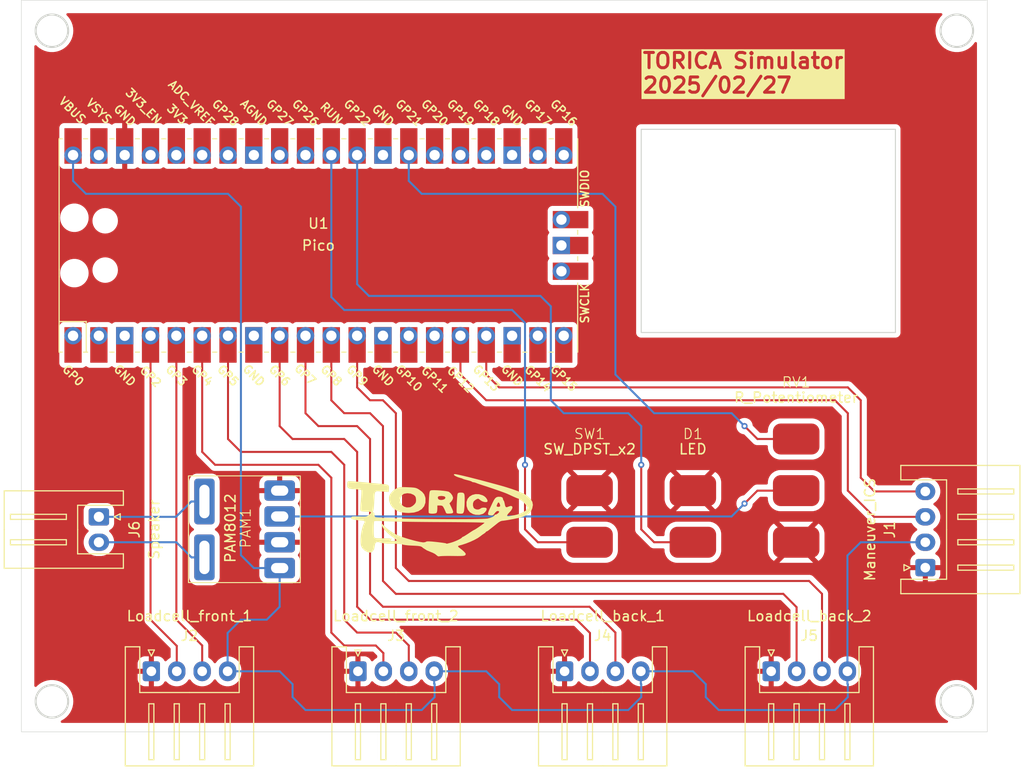
<source format=kicad_pcb>
(kicad_pcb (version 20240108) (generator "pcbnew") (generator_version "8.0")
  (layers (0 "F.Cu" signal) (31 "B.Cu" signal) (34 "B.Paste" user) (35 "F.Paste" user) (36 "B.SilkS" user "B.Silkscreen") (37 "F.SilkS" user "F.Silkscreen") (38 "B.Mask" user) (39 "F.Mask" user) (44 "Edge.Cuts" user))
  (net 0 "")
  (net 1 "/CLK2")
  (net 12 "/PTMR")
  (net 13 "/RESET_SW")
  (net 17 "/CLK3")
  (net 21 "/O_SPK")
  (net 23 "/5V")
  (net 30 "/DAT2")
  (net 31 "/CLK1")
  (net 33 "/PRMT")
  (net 36 "/CLK4")
  (net 40 "/READY_LED")
  (net 42 "/DAT4")
  (net 45 "/DAT3")
  (net 57 "/GND")
  (net 64 "/DAT1")
  (net 72 "/SPK-")
  (net 73 "Net-(PAM1-in+)")
  (net 74 "/SPK+")
  (footprint "Footprints:JST_XH_S4B-XH-A_1x04_P2.50mm_Horizontal" (layer "F.Cu") (at 134.7 116.84)
    (property "Reference" "J3" (at 3.75 -3.5 0) (layer "F.SilkS"))
    (property "Value" "Loadcell_front_2" (at 3.73 -5.44 0) (layer "F.SilkS"))
    (pad "1" thru_hole roundrect (at 0 0) (size 1.7 1.95) (drill 0.95) (layers "*.Cu" "*.Mask") (roundrect_rratio 0.147059) (net 57 "/GND"))
    (pad "2" thru_hole oval (at 2.5 0) (size 1.7 1.95) (drill 0.95) (layers "*.Cu" "*.Mask") (net 1 "/CLK2"))
    (pad "3" thru_hole oval (at 5 0) (size 1.7 1.95) (drill 0.95) (layers "*.Cu" "*.Mask") (net 30 "/DAT2"))
    (pad "4" thru_hole oval (at 7.5 0) (size 1.7 1.95) (drill 0.95) (layers "*.Cu" "*.Mask") (net 23 "/5V"))
  )
  (footprint "20241231Library:Padx2" (layer "F.Cu") (at 167.64 93.98)
    (property "Reference" "D1" (at 0 -0.5 0) (layer "F.SilkS") (effects (font (thickness 0.1))))
    (property "Value" "LED" (at 0 1 0) (layer "F.SilkS"))
    (pad "1" smd roundrect (at 0 5.08) (size 4.572 3.048) (layers "F.Cu" "F.Paste" "F.Mask") (net 57 "/GND"))
    (pad "2" smd roundrect (at 0 10.16) (size 4.572 3.048) (layers "F.Cu" "F.Paste" "F.Mask") (net 40 "/READY_LED"))
  )
  (footprint "20241231Library:Padx3" (layer "F.Cu") (at 177.8 88.9)
    (property "Reference" "RV1" (at 0 -0.5 0) (layer "F.SilkS") (effects (font (thickness 0.1))))
    (property "Value" "R_Potentiometer" (at 0 1 0) (layer "F.SilkS"))
    (pad "1" smd roundrect (at 0 5.08) (size 4.572 3.048) (layers "F.Cu" "F.Paste" "F.Mask") (net 21 "/O_SPK"))
    (pad "2" smd roundrect (at 0 10.16) (size 4.572 3.048) (layers "F.Cu" "F.Paste" "F.Mask") (net 73 "Net-(PAM1-in+)"))
    (pad "3" smd roundrect (at 0 15.24) (size 4.572 3.048) (layers "F.Cu" "F.Paste" "F.Mask") (net 57 "/GND"))
  )
  (footprint "Footprints:JST_XH_S2B-XH-A_1x02_P2.50mm_Horizontal" (layer "F.Cu") (at 109.22 101.64 -90)
    (property "Reference" "J6" (at 1.25 -3.5 90) (layer "F.SilkS"))
    (property "Value" "Speaker" (at 1.25 -5.44 90) (layer "F.SilkS"))
    (pad "1" thru_hole roundrect (at 0 0 270) (size 1.7 2) (drill 1) (layers "*.Cu" "*.Mask") (roundrect_rratio 0.147059) (net 72 "/SPK-"))
    (pad "2" thru_hole oval (at 2.5 0 270) (size 1.7 2) (drill 1) (layers "*.Cu" "*.Mask") (net 74 "/SPK+"))
  )
  (footprint "Footprints:torica" (layer "F.Cu") (at 142.24 101.6)
    (property "Reference" "G***" (hide yes))
    (property "Value" "LOGO" (hide yes))
  )
  (footprint "Footprints:PAM8012" (layer "F.Cu") (at 123.65 102.75 180)
    (property "Reference" "PAM1" (at 0 0 90) (layer "F.SilkS") (effects (font (thickness 0.1))))
    (property "Value" "PAM8012" (at 1.5 0 90) (layer "F.SilkS"))
    (pad "1" thru_hole roundrect (at -3.35 -3.93 180) (size 3 2) (drill oval 1.7 1) (layers "*.Cu" "*.Mask") (roundrect_rratio 0.1640419948) (net 23 "/5V"))
    (pad "2" thru_hole roundrect (at -3.35 -1.39 180) (size 3 2) (drill oval 1.7 1) (layers "*.Cu" "*.Mask") (roundrect_rratio 0.1640419948) (net 57 "/GND"))
    (pad "3" thru_hole roundrect (at -3.35 1.15 180) (size 3 2) (drill oval 1.7 1) (layers "*.Cu" "*.Mask") (roundrect_rratio 0.1640419948) (net 73 "Net-(PAM1-in+)"))
    (pad "4" thru_hole roundrect (at -3.35 3.69 180) (size 3 2) (drill oval 1.7 1) (layers "*.Cu" "*.Mask") (roundrect_rratio 0.1640419948) (net 57 "/GND"))
    (pad "5" thru_hole roundrect (at 4.05 -2.88 180) (size 2 4.5) (drill oval 1 3.3) (layers "*.Cu" "*.Mask") (roundrect_rratio 0.1640419948) (net 74 "/SPK+"))
    (pad "6" thru_hole roundrect (at 4.05 2.62 180) (size 2 4.5) (drill oval 1 3.3) (layers "*.Cu" "*.Mask") (roundrect_rratio 0.1640419948) (net 72 "/SPK-"))
  )
  (footprint "Footprints:JST_XH_S4B-XH-A_1x04_P2.50mm_Horizontal" (layer "F.Cu") (at 175.34 116.84)
    (property "Reference" "J5" (at 3.75 -3.5 0) (layer "F.SilkS"))
    (property "Value" "Loadcell_back_2" (at 3.75 -5.44 0) (layer "F.SilkS"))
    (pad "1" thru_hole roundrect (at 0 0) (size 1.7 1.95) (drill 0.95) (layers "*.Cu" "*.Mask") (roundrect_rratio 0.147059) (net 57 "/GND"))
    (pad "2" thru_hole oval (at 2.5 0) (size 1.7 1.95) (drill 0.95) (layers "*.Cu" "*.Mask") (net 36 "/CLK4"))
    (pad "3" thru_hole oval (at 5 0) (size 1.7 1.95) (drill 0.95) (layers "*.Cu" "*.Mask") (net 42 "/DAT4"))
    (pad "4" thru_hole oval (at 7.5 0) (size 1.7 1.95) (drill 0.95) (layers "*.Cu" "*.Mask") (net 23 "/5V"))
  )
  (footprint "20241231Library:Padx2" (layer "F.Cu") (at 157.48 93.98)
    (property "Reference" "SW1" (at 0 -0.5 0) (layer "F.SilkS") (effects (font (thickness 0.1))))
    (property "Value" "SW_DPST_x2" (at 0 1 0) (layer "F.SilkS"))
    (pad "1" smd roundrect (at 0 5.08) (size 4.572 3.048) (layers "F.Cu" "F.Paste" "F.Mask") (net 57 "/GND"))
    (pad "2" smd roundrect (at 0 10.16) (size 4.572 3.048) (layers "F.Cu" "F.Paste" "F.Mask") (net 13 "/RESET_SW"))
  )
  (footprint "Footprints:JST_XH_S4B-XH-A_1x04_P2.50mm_Horizontal" (layer "F.Cu") (at 114.38 116.84)
    (property "Reference" "J2" (at 3.75 -3.5 0) (layer "F.SilkS"))
    (property "Value" "Loadcell_front_1" (at 3.75 -5.44 0) (layer "F.SilkS"))
    (pad "1" thru_hole roundrect (at 0 0) (size 1.7 1.95) (drill 0.95) (layers "*.Cu" "*.Mask") (roundrect_rratio 0.147059) (net 57 "/GND"))
    (pad "2" thru_hole oval (at 2.5 0) (size 1.7 1.95) (drill 0.95) (layers "*.Cu" "*.Mask") (net 31 "/CLK1"))
    (pad "3" thru_hole oval (at 5 0) (size 1.7 1.95) (drill 0.95) (layers "*.Cu" "*.Mask") (net 64 "/DAT1"))
    (pad "4" thru_hole oval (at 7.5 0) (size 1.7 1.95) (drill 0.95) (layers "*.Cu" "*.Mask") (net 23 "/5V"))
  )
  (footprint "Footprints:JST_XH_S4B-XH-A_1x04_P2.50mm_Horizontal" (layer "F.Cu") (at 155.02 116.84)
    (property "Reference" "J4" (at 3.75 -3.5 0) (layer "F.SilkS"))
    (property "Value" "Loadcell_back_1" (at 3.75 -5.44 0) (layer "F.SilkS"))
    (pad "1" thru_hole roundrect (at 0 0) (size 1.7 1.95) (drill 0.95) (layers "*.Cu" "*.Mask") (roundrect_rratio 0.147059) (net 57 "/GND"))
    (pad "2" thru_hole oval (at 2.5 0) (size 1.7 1.95) (drill 0.95) (layers "*.Cu" "*.Mask") (net 17 "/CLK3"))
    (pad "3" thru_hole oval (at 5 0) (size 1.7 1.95) (drill 0.95) (layers "*.Cu" "*.Mask") (net 45 "/DAT3"))
    (pad "4" thru_hole oval (at 7.5 0) (size 1.7 1.95) (drill 0.95) (layers "*.Cu" "*.Mask") (net 23 "/5V"))
  )
  (footprint "Footprints:RPi_Pico_SMD_TH" (layer "F.Cu") (at 130.81 74.93 90)
    (property "Reference" "U1" (at 2.159 0 0) (layer "F.SilkS"))
    (property "Value" "Pico" (at 0 0 0) (layer "F.SilkS"))
    (fp_text user "RUN" (at 13 1.27 135) (layer "F.SilkS") (effects (font (size 0.8 0.8))))
    (fp_text user "SWCLK" (at -5.7 26.2 90) (layer "F.SilkS") (effects (font (size 0.8 0.8))))
    (fp_text user "GP4" (at -12.8 -11.43 135) (layer "F.SilkS") (effects (font (size 0.8 0.8))))
    (fp_text user "GP3" (at -12.8 -13.97 135) (layer "F.SilkS") (effects (font (size 0.8 0.8))))
    (fp_text user "GP0" (at -12.8 -24.13 135) (layer "F.SilkS") (effects (font (size 0.8 0.8))))
    (fp_text user "GP14" (at -13.1 21.59 135) (layer "F.SilkS") (effects (font (size 0.8 0.8))))
    (fp_text user "GND" (at -12.8 6.35 135) (layer "F.SilkS") (effects (font (size 0.8 0.8))))
    (fp_text user "VSYS" (at 13.2 -21.59 135) (layer "F.SilkS") (effects (font (size 0.8 0.8))))
    (fp_text user "GP5" (at -12.8 -8.89 135) (layer "F.SilkS") (effects (font (size 0.8 0.8))))
    (fp_text user "GP10" (at -13.054 8.89 135) (layer "F.SilkS") (effects (font (size 0.8 0.8))))
    (fp_text user "AGND" (at 13.054 -6.35 135) (layer "F.SilkS") (effects (font (size 0.8 0.8))))
    (fp_text user "GP11" (at -13.2 11.43 135) (layer "F.SilkS") (effects (font (size 0.8 0.8))))
    (fp_text user "GP7" (at -12.7 -1.3 135) (layer "F.SilkS") (effects (font (size 0.8 0.8))))
    (fp_text user "GP9" (at -12.8 3.81 135) (layer "F.SilkS") (effects (font (size 0.8 0.8))))
    (fp_text user "GP27" (at 13.054 -3.8 135) (layer "F.SilkS") (effects (font (size 0.8 0.8))))
    (fp_text user "GP6" (at -12.8 -3.81 135) (layer "F.SilkS") (effects (font (size 0.8 0.8))))
    (fp_text user "GP22" (at 13.054 3.81 135) (layer "F.SilkS") (effects (font (size 0.8 0.8))))
    (fp_text user "GP21" (at 13.054 8.9 135) (layer "F.SilkS") (effects (font (size 0.8 0.8))))
    (fp_text user "GP20" (at 13.054 11.43 135) (layer "F.SilkS") (effects (font (size 0.8 0.8))))
    (fp_text user "GND" (at -12.8 -6.35 135) (layer "F.SilkS") (effects (font (size 0.8 0.8))))
    (fp_text user "SWDIO" (at 5.6 26.2 90) (layer "F.SilkS") (effects (font (size 0.8 0.8))))
    (fp_text user "GP15" (at -13.054 24.13 135) (layer "F.SilkS") (effects (font (size 0.8 0.8))))
    (fp_text user "3V3" (at 12.9 -13.9 135) (layer "F.SilkS") (effects (font (size 0.8 0.8))))
    (fp_text user "GP13" (at -13.054 16.51 135) (layer "F.SilkS") (effects (font (size 0.8 0.8))))
    (fp_text user "3V3_EN" (at 13.7 -17.2 135) (layer "F.SilkS") (effects (font (size 0.8 0.8))))
    (fp_text user "GP28" (at 13.054 -9.144 135) (layer "F.SilkS") (effects (font (size 0.8 0.8))))
    (fp_text user "GND" (at 12.8 19.05 135) (layer "F.SilkS") (effects (font (size 0.8 0.8))))
    (fp_text user "GP18" (at 13.054 16.51 135) (layer "F.SilkS") (effects (font (size 0.8 0.8))))
    (fp_text user "GP2" (at -12.9 -16.51 135) (layer "F.SilkS") (effects (font (size 0.8 0.8))))
    (fp_text user "GP16" (at 13.054 24.13 135) (layer "F.SilkS") (effects (font (size 0.8 0.8))))
    (fp_text user "GND" (at -12.8 19.05 135) (layer "F.SilkS") (effects (font (size 0.8 0.8))))
    (fp_text user "GP17" (at 13.054 21.59 135) (layer "F.SilkS") (effects (font (size 0.8 0.8))))
    (fp_text user "VBUS" (at 13.3 -24.2 135) (layer "F.SilkS") (effects (font (size 0.8 0.8))))
    (fp_text user "GND" (at 12.8 -19.05 135) (layer "F.SilkS") (effects (font (size 0.8 0.8))))
    (fp_text user "GP19" (at 13.054 13.97 135) (layer "F.SilkS") (effects (font (size 0.8 0.8))))
    (fp_text user "GND" (at 12.8 6.35 135) (layer "F.SilkS") (effects (font (size 0.8 0.8))))
    (fp_text user "GP12" (at -13.2 13.97 135) (layer "F.SilkS") (effects (font (size 0.8 0.8))))
    (fp_text user "GP26" (at 13.054 -1.27 135) (layer "F.SilkS") (effects (font (size 0.8 0.8))))
    (fp_text user "GP8" (at -12.8 1.27 135) (layer "F.SilkS") (effects (font (size 0.8 0.8))))
    (fp_text user "GND" (at -12.8 -19.05 135) (layer "F.SilkS") (effects (font (size 0.8 0.8))))
    (fp_text user "ADC_VREF" (at 14 -12.5 135) (layer "F.SilkS") (effects (font (size 0.8 0.8))))
    (pad "" np_thru_hole oval (at -2.725 -24 90) (size 1.8 1.8) (drill 1.8) (layers "*.Cu" "*.Mask"))
    (pad "" np_thru_hole oval (at -2.425 -20.97 90) (size 1.5 1.5) (drill 1.5) (layers "*.Cu" "*.Mask"))
    (pad "" np_thru_hole oval (at 2.425 -20.97 90) (size 1.5 1.5) (drill 1.5) (layers "*.Cu" "*.Mask"))
    (pad "" np_thru_hole oval (at 2.725 -24 90) (size 1.8 1.8) (drill 1.8) (layers "*.Cu" "*.Mask"))
    (pad "1" thru_hole oval (at -8.89 -24.13 90) (size 1.7 1.7) (drill 1.02) (layers "*.Cu" "*.Mask"))
    (pad "1" smd rect (at -8.89 -24.13 90) (size 3.5 1.7) (drill (offset -0.9 0)) (layers "F.Cu" "F.Mask"))
    (pad "2" thru_hole oval (at -8.89 -21.59 90) (size 1.7 1.7) (drill 1.02) (layers "*.Cu" "*.Mask"))
    (pad "2" smd rect (at -8.89 -21.59 90) (size 3.5 1.7) (drill (offset -0.9 0)) (layers "F.Cu" "F.Mask"))
    (pad "3" thru_hole rect (at -8.89 -19.05 90) (size 1.7 1.7) (drill 1.02) (layers "*.Cu" "*.Mask"))
    (pad "3" smd rect (at -8.89 -19.05 90) (size 3.5 1.7) (drill (offset -0.9 0)) (layers "F.Cu" "F.Mask"))
    (pad "4" thru_hole oval (at -8.89 -16.51 90) (size 1.7 1.7) (drill 1.02) (layers "*.Cu" "*.Mask") (net 31 "/CLK1"))
    (pad "4" smd rect (at -8.89 -16.51 90) (size 3.5 1.7) (drill (offset -0.9 0)) (layers "F.Cu" "F.Mask") (net 31 "/CLK1"))
    (pad "5" thru_hole oval (at -8.89 -13.97 90) (size 1.7 1.7) (drill 1.02) (layers "*.Cu" "*.Mask") (net 64 "/DAT1"))
    (pad "5" smd rect (at -8.89 -13.97 90) (size 3.5 1.7) (drill (offset -0.9 0)) (layers "F.Cu" "F.Mask") (net 64 "/DAT1"))
    (pad "6" thru_hole oval (at -8.89 -11.43 90) (size 1.7 1.7) (drill 1.02) (layers "*.Cu" "*.Mask") (net 1 "/CLK2"))
    (pad "6" smd rect (at -8.89 -11.43 90) (size 3.5 1.7) (drill (offset -0.9 0)) (layers "F.Cu" "F.Mask") (net 1 "/CLK2"))
    (pad "7" thru_hole oval (at -8.89 -8.89 90) (size 1.7 1.7) (drill 1.02) (layers "*.Cu" "*.Mask") (net 30 "/DAT2"))
    (pad "7" smd rect (at -8.89 -8.89 90) (size 3.5 1.7) (drill (offset -0.9 0)) (layers "F.Cu" "F.Mask") (net 30 "/DAT2"))
    (pad "8" thru_hole rect (at -8.89 -6.35 90) (size 1.7 1.7) (drill 1.02) (layers "*.Cu" "*.Mask"))
    (pad "8" smd rect (at -8.89 -6.35 90) (size 3.5 1.7) (drill (offset -0.9 0)) (layers "F.Cu" "F.Mask"))
    (pad "9" thru_hole oval (at -8.89 -3.81 90) (size 1.7 1.7) (drill 1.02) (layers "*.Cu" "*.Mask") (net 17 "/CLK3"))
    (pad "9" smd rect (at -8.89 -3.81 90) (size 3.5 1.7) (drill (offset -0.9 0)) (layers "F.Cu" "F.Mask") (net 17 "/CLK3"))
    (pad "10" thru_hole oval (at -8.89 -1.27 90) (size 1.7 1.7) (drill 1.02) (layers "*.Cu" "*.Mask") (net 45 "/DAT3"))
    (pad "10" smd rect (at -8.89 -1.27 90) (size 3.5 1.7) (drill (offset -0.9 0)) (layers "F.Cu" "F.Mask") (net 45 "/DAT3"))
    (pad "11" thru_hole oval (at -8.89 1.27 90) (size 1.7 1.7) (drill 1.02) (layers "*.Cu" "*.Mask") (net 36 "/CLK4"))
    (pad "11" smd rect (at -8.89 1.27 90) (size 3.5 1.7) (drill (offset -0.9 0)) (layers "F.Cu" "F.Mask") (net 36 "/CLK4"))
    (pad "12" thru_hole oval (at -8.89 3.81 90) (size 1.7 1.7) (drill 1.02) (layers "*.Cu" "*.Mask") (net 42 "/DAT4"))
    (pad "12" smd rect (at -8.89 3.81 90) (size 3.5 1.7) (drill (offset -0.9 0)) (layers "F.Cu" "F.Mask") (net 42 "/DAT4"))
    (pad "13" thru_hole rect (at -8.89 6.35 90) (size 1.7 1.7) (drill 1.02) (layers "*.Cu" "*.Mask"))
    (pad "13" smd rect (at -8.89 6.35 90) (size 3.5 1.7) (drill (offset -0.9 0)) (layers "F.Cu" "F.Mask"))
    (pad "14" thru_hole oval (at -8.89 8.89 90) (size 1.7 1.7) (drill 1.02) (layers "*.Cu" "*.Mask"))
    (pad "14" smd rect (at -8.89 8.89 90) (size 3.5 1.7) (drill (offset -0.9 0)) (layers "F.Cu" "F.Mask"))
    (pad "15" thru_hole oval (at -8.89 11.43 90) (size 1.7 1.7) (drill 1.02) (layers "*.Cu" "*.Mask"))
    (pad "15" smd rect (at -8.89 11.43 90) (size 3.5 1.7) (drill (offset -0.9 0)) (layers "F.Cu" "F.Mask"))
    (pad "16" thru_hole oval (at -8.89 13.97 90) (size 1.7 1.7) (drill 1.02) (layers "*.Cu" "*.Mask") (net 12 "/PTMR"))
    (pad "16" smd rect (at -8.89 13.97 90) (size 3.5 1.7) (drill (offset -0.9 0)) (layers "F.Cu" "F.Mask") (net 12 "/PTMR"))
    (pad "17" thru_hole oval (at -8.89 16.51 90) (size 1.7 1.7) (drill 1.02) (layers "*.Cu" "*.Mask") (net 33 "/PRMT"))
    (pad "17" smd rect (at -8.89 16.51 90) (size 3.5 1.7) (drill (offset -0.9 0)) (layers "F.Cu" "F.Mask") (net 33 "/PRMT"))
    (pad "18" thru_hole rect (at -8.89 19.05 90) (size 1.7 1.7) (drill 1.02) (layers "*.Cu" "*.Mask"))
    (pad "18" smd rect (at -8.89 19.05 90) (size 3.5 1.7) (drill (offset -0.9 0)) (layers "F.Cu" "F.Mask"))
    (pad "19" thru_hole oval (at -8.89 21.59 90) (size 1.7 1.7) (drill 1.02) (layers "*.Cu" "*.Mask"))
    (pad "19" smd rect (at -8.89 21.59 90) (size 3.5 1.7) (drill (offset -0.9 0)) (layers "F.Cu" "F.Mask"))
    (pad "20" thru_hole oval (at -8.89 24.13 90) (size 1.7 1.7) (drill 1.02) (layers "*.Cu" "*.Mask"))
    (pad "20" smd rect (at -8.89 24.13 90) (size 3.5 1.7) (drill (offset -0.9 0)) (layers "F.Cu" "F.Mask"))
    (pad "21" thru_hole oval (at 8.89 24.13 90) (size 1.7 1.7) (drill 1.02) (layers "*.Cu" "*.Mask"))
    (pad "21" smd rect (at 8.89 24.13 90) (size 3.5 1.7) (drill (offset 0.9 0)) (layers "F.Cu" "F.Mask"))
    (pad "22" thru_hole oval (at 8.89 21.59 90) (size 1.7 1.7) (drill 1.02) (layers "*.Cu" "*.Mask"))
    (pad "22" smd rect (at 8.89 21.59 90) (size 3.5 1.7) (drill (offset 0.9 0)) (layers "F.Cu" "F.Mask"))
    (pad "23" thru_hole rect (at 8.89 19.05 90) (size 1.7 1.7) (drill 1.02) (layers "*.Cu" "*.Mask"))
    (pad "23" smd rect (at 8.89 19.05 90) (size 3.5 1.7) (drill (offset 0.9 0)) (layers "F.Cu" "F.Mask"))
    (pad "24" thru_hole oval (at 8.89 16.51 90) (size 1.7 1.7) (drill 1.02) (layers "*.Cu" "*.Mask"))
    (pad "24" smd rect (at 8.89 16.51 90) (size 3.5 1.7) (drill (offset 0.9 0)) (layers "F.Cu" "F.Mask"))
    (pad "25" thru_hole oval (at 8.89 13.97 90) (size 1.7 1.7) (drill 1.02) (layers "*.Cu" "*.Mask"))
    (pad "25" smd rect (at 8.89 13.97 90) (size 3.5 1.7) (drill (offset 0.9 0)) (layers "F.Cu" "F.Mask"))
    (pad "26" thru_hole oval (at 8.89 11.43 90) (size 1.7 1.7) (drill 1.02) (layers "*.Cu" "*.Mask"))
    (pad "26" smd rect (at 8.89 11.43 90) (size 3.5 1.7) (drill (offset 0.9 0)) (layers "F.Cu" "F.Mask"))
    (pad "27" thru_hole oval (at 8.89 8.89 90) (size 1.7 1.7) (drill 1.02) (layers "*.Cu" "*.Mask") (net 21 "/O_SPK"))
    (pad "27" smd rect (at 8.89 8.89 90) (size 3.5 1.7) (drill (offset 0.9 0)) (layers "F.Cu" "F.Mask") (net 21 "/O_SPK"))
    (pad "28" thru_hole rect (at 8.89 6.35 90) (size 1.7 1.7) (drill 1.02) (layers "*.Cu" "*.Mask"))
    (pad "28" smd rect (at 8.89 6.35 90) (size 3.5 1.7) (drill (offset 0.9 0)) (layers "F.Cu" "F.Mask"))
    (pad "29" thru_hole oval (at 8.89 3.81 90) (size 1.7 1.7) (drill 1.02) (layers "*.Cu" "*.Mask") (net 40 "/READY_LED"))
    (pad "29" smd rect (at 8.89 3.81 90) (size 3.5 1.7) (drill (offset 0.9 0)) (layers "F.Cu" "F.Mask") (net 40 "/READY_LED"))
    (pad "30" thru_hole oval (at 8.89 1.27 90) (size 1.7 1.7) (drill 1.02) (layers "*.Cu" "*.Mask") (net 13 "/RESET_SW"))
    (pad "30" smd rect (at 8.89 1.27 90) (size 3.5 1.7) (drill (offset 0.9 0)) (layers "F.Cu" "F.Mask") (net 13 "/RESET_SW"))
    (pad "31" thru_hole oval (at 8.89 -1.27 90) (size 1.7 1.7) (drill 1.02) (layers "*.Cu" "*.Mask"))
    (pad "31" smd rect (at 8.89 -1.27 90) (size 3.5 1.7) (drill (offset 0.9 0)) (layers "F.Cu" "F.Mask"))
    (pad "32" thru_hole oval (at 8.89 -3.81 90) (size 1.7 1.7) (drill 1.02) (layers "*.Cu" "*.Mask"))
    (pad "32" smd rect (at 8.89 -3.81 90) (size 3.5 1.7) (drill (offset 0.9 0)) (layers "F.Cu" "F.Mask"))
    (pad "33" thru_hole rect (at 8.89 -6.35 90) (size 1.7 1.7) (drill 1.02) (layers "*.Cu" "*.Mask"))
    (pad "33" smd rect (at 8.89 -6.35 90) (size 3.5 1.7) (drill (offset 0.9 0)) (layers "F.Cu" "F.Mask"))
    (pad "34" thru_hole oval (at 8.89 -8.89 90) (size 1.7 1.7) (drill 1.02) (layers "*.Cu" "*.Mask"))
    (pad "34" smd rect (at 8.89 -8.89 90) (size 3.5 1.7) (drill (offset 0.9 0)) (layers "F.Cu" "F.Mask"))
    (pad "35" thru_hole oval (at 8.89 -11.43 90) (size 1.7 1.7) (drill 1.02) (layers "*.Cu" "*.Mask"))
    (pad "35" smd rect (at 8.89 -11.43 90) (size 3.5 1.7) (drill (offset 0.9 0)) (layers "F.Cu" "F.Mask"))
    (pad "36" thru_hole oval (at 8.89 -13.97 90) (size 1.7 1.7) (drill 1.02) (layers "*.Cu" "*.Mask"))
    (pad "36" smd rect (at 8.89 -13.97 90) (size 3.5 1.7) (drill (offset 0.9 0)) (layers "F.Cu" "F.Mask"))
    (pad "37" thru_hole oval (at 8.89 -16.51 90) (size 1.7 1.7) (drill 1.02) (layers "*.Cu" "*.Mask"))
    (pad "37" smd rect (at 8.89 -16.51 90) (size 3.5 1.7) (drill (offset 0.9 0)) (layers "F.Cu" "F.Mask"))
    (pad "38" thru_hole rect (at 8.89 -19.05 90) (size 1.7 1.7) (drill 1.02) (layers "*.Cu" "*.Mask") (net 57 "/GND"))
    (pad "38" smd rect (at 8.89 -19.05 90) (size 3.5 1.7) (drill (offset 0.9 0)) (layers "F.Cu" "F.Mask") (net 57 "/GND"))
    (pad "39" thru_hole oval (at 8.89 -21.59 90) (size 1.7 1.7) (drill 1.02) (layers "*.Cu" "*.Mask"))
    (pad "39" smd rect (at 8.89 -21.59 90) (size 3.5 1.7) (drill (offset 0.9 0)) (layers "F.Cu" "F.Mask"))
    (pad "40" thru_hole oval (at 8.89 -24.13 90) (size 1.7 1.7) (drill 1.02) (layers "*.Cu" "*.Mask") (net 23 "/5V"))
    (pad "40" smd rect (at 8.89 -24.13 90) (size 3.5 1.7) (drill (offset 0.9 0)) (layers "F.Cu" "F.Mask") (net 23 "/5V"))
    (pad "41" thru_hole oval (at -2.54 23.9 90) (size 1.7 1.7) (drill 1.02) (layers "*.Cu" "*.Mask"))
    (pad "41" smd rect (at -2.54 23.9 180) (size 3.5 1.7) (drill (offset -0.9 0)) (layers "F.Cu" "F.Mask"))
    (pad "42" thru_hole rect (at 0 23.9 90) (size 1.7 1.7) (drill 1.02) (layers "*.Cu" "*.Mask"))
    (pad "42" smd rect (at 0 23.9 180) (size 3.5 1.7) (drill (offset -0.9 0)) (layers "F.Cu" "F.Mask"))
    (pad "43" thru_hole oval (at 2.54 23.9 90) (size 1.7 1.7) (drill 1.02) (layers "*.Cu" "*.Mask"))
    (pad "43" smd rect (at 2.54 23.9 180) (size 3.5 1.7) (drill (offset -0.9 0)) (layers "F.Cu" "F.Mask"))
  )
  (footprint "Footprints:JST_XH_S4B-XH-A_1x04_P2.50mm_Horizontal" (layer "F.Cu") (at 190.5 106.64 90)
    (property "Reference" "J1" (at 3.75 -3.5 90) (layer "F.SilkS"))
    (property "Value" "Maneuver_ICS" (at 3.75 -5.44 90) (layer "F.SilkS"))
    (pad "1" thru_hole roundrect (at 0 0 90) (size 1.7 1.95) (drill 0.95) (layers "*.Cu" "*.Mask") (roundrect_rratio 0.147059) (net 57 "/GND"))
    (pad "2" thru_hole oval (at 2.5 0 90) (size 1.7 1.95) (drill 0.95) (layers "*.Cu" "*.Mask") (net 23 "/5V"))
    (pad "3" thru_hole oval (at 5 0 90) (size 1.7 1.95) (drill 0.95) (layers "*.Cu" "*.Mask") (net 12 "/PTMR"))
    (pad "4" thru_hole oval (at 7.5 0 90) (size 1.7 1.95) (drill 0.95) (layers "*.Cu" "*.Mask") (net 33 "/PRMT"))
  )
  (gr_circle (center 193.6 119.8) (end 195.2 119.8) (stroke (width 0.2)) (fill none) (layer "Edge.Cuts"))
  (gr_circle (center 104.6 119.8) (end 106.2 119.8) (stroke (width 0.2)) (fill none) (layer "Edge.Cuts"))
  (gr_rect (start 101.6 50.8) (end 196.6 122.8) (stroke (width 0.05)) (fill none) (layer "Edge.Cuts"))
  (gr_circle (center 193.6 53.8) (end 195.2 53.8) (stroke (width 0.2)) (fill none) (layer "Edge.Cuts"))
  (gr_rect (start 162.56 63.5) (end 187.56 83.5) (stroke (width 0.1)) (fill none) (layer "Edge.Cuts"))
  (gr_circle (center 104.6 53.8) (end 106.2 53.8) (stroke (width 0.2)) (fill none) (layer "Edge.Cuts"))
  (gr_text "TORICA Simulator\n2025/02/27" (at 162.56 55.88 0) (layer "F.SilkS" knockout) (effects (font (size 1.5 1.5) (thickness 0.3) (bold yes)) (justify left top)))
  (segment (start 137.2 115.051875) (end 136.448125 114.3) (width 0.2) (layer "F.Cu") (net 1))
  (segment (start 132.08 113.03) (end 132.08 97.79) (width 0.2) (layer "F.Cu") (net 1))
  (segment (start 132.08 97.79) (end 130.81 96.52) (width 0.2) (layer "F.Cu") (net 1))
  (segment (start 120.65 96.52) (end 119.38 95.25) (width 0.2) (layer "F.Cu") (net 1))
  (segment (start 119.38 95.25) (end 119.38 83.82) (width 0.2) (layer "F.Cu") (net 1))
  (segment (start 130.81 96.52) (end 120.65 96.52) (width 0.2) (layer "F.Cu") (net 1))
  (segment (start 136.448125 114.3) (end 133.35 114.3) (width 0.2) (layer "F.Cu") (net 1))
  (segment (start 137.2 116.84) (end 137.2 115.051875) (width 0.2) (layer "F.Cu") (net 1))
  (segment (start 133.35 114.3) (end 132.08 113.03) (width 0.2) (layer "F.Cu") (net 1))
  (segment (start 147.32 90.17) (end 181.61 90.17) (width 0.2) (layer "F.Cu") (net 12))
  (segment (start 182.88 99.06) (end 185.46 101.64) (width 0.2) (layer "F.Cu") (net 12))
  (segment (start 185.46 101.64) (end 190.5 101.64) (width 0.2) (layer "F.Cu") (net 12))
  (segment (start 181.61 90.17) (end 182.88 91.44) (width 0.2) (layer "F.Cu") (net 12))
  (segment (start 144.78 83.82) (end 144.78 87.63) (width 0.2) (layer "F.Cu") (net 12))
  (segment (start 182.88 91.44) (end 182.88 99.06) (width 0.2) (layer "F.Cu") (net 12))
  (segment (start 144.78 87.63) (end 147.32 90.17) (width 0.2) (layer "F.Cu") (net 12))
  (segment (start 152.4 104.14) (end 157.48 104.14) (width 0.2) (layer "F.Cu") (net 13))
  (segment (start 151.13 96.52) (end 151.13 102.87) (width 0.2) (layer "F.Cu") (net 13))
  (segment (start 151.13 102.87) (end 152.4 104.14) (width 0.2) (layer "F.Cu") (net 13))
  (via (at 151.13 96.52) (size 0.6) (drill 0.3) (layers "F.Cu" "B.Cu") (net 13))
  (segment (start 133.35 81.28) (end 132.08 80.01) (width 0.2) (layer "B.Cu") (net 13))
  (segment (start 132.08 80.01) (end 132.08 66.04) (width 0.2) (layer "B.Cu") (net 13))
  (segment (start 151.13 96.52) (end 151.13 82.55) (width 0.2) (layer "B.Cu") (net 13))
  (segment (start 149.86 81.28) (end 133.35 81.28) (width 0.2) (layer "B.Cu") (net 13))
  (segment (start 151.13 82.55) (end 149.86 81.28) (width 0.2) (layer "B.Cu") (net 13))
  (segment (start 134.62 95.25) (end 133.35 93.98) (width 0.2) (layer "F.Cu") (net 17))
  (segment (start 133.35 93.98) (end 128.27 93.98) (width 0.2) (layer "F.Cu") (net 17))
  (segment (start 135.89 111.76) (end 134.62 110.49) (width 0.2) (layer "F.Cu") (net 17))
  (segment (start 127 92.71) (end 127 83.82) (width 0.2) (layer "F.Cu") (net 17))
  (segment (start 134.62 110.49) (end 134.62 95.25) (width 0.2) (layer "F.Cu") (net 17))
  (segment (start 157.52 116.84) (end 157.52 113.07) (width 0.2) (layer "F.Cu") (net 17))
  (segment (start 156.21 111.76) (end 135.89 111.76) (width 0.2) (layer "F.Cu") (net 17))
  (segment (start 128.27 93.98) (end 127 92.71) (width 0.2) (layer "F.Cu") (net 17))
  (segment (start 157.52 113.07) (end 156.21 111.76) (width 0.2) (layer "F.Cu") (net 17))
  (segment (start 173.99 93.98) (end 177.8 93.98) (width 0.2) (layer "F.Cu") (net 21))
  (segment (start 172.72 92.71) (end 173.99 93.98) (width 0.2) (layer "F.Cu") (net 21))
  (via (at 172.72 92.71) (size 0.6) (drill 0.3) (layers "F.Cu" "B.Cu") (net 21))
  (segment (start 160.02 71.12) (end 158.75 69.85) (width 0.2) (layer "B.Cu") (net 21))
  (segment (start 171.45 91.44) (end 163.83 91.44) (width 0.2) (layer "B.Cu") (net 21))
  (segment (start 139.7 68.58) (end 139.7 66.04) (width 0.2) (layer "B.Cu") (net 21))
  (segment (start 163.83 91.44) (end 160.02 87.63) (width 0.2) (layer "B.Cu") (net 21))
  (segment (start 158.75 69.85) (end 140.97 69.85) (width 0.2) (layer "B.Cu") (net 21))
  (segment (start 172.72 92.71) (end 171.45 91.44) (width 0.2) (layer "B.Cu") (net 21))
  (segment (start 160.02 87.63) (end 160.02 71.12) (width 0.2) (layer "B.Cu") (net 21))
  (segment (start 140.97 69.85) (end 139.7 68.58) (width 0.2) (layer "B.Cu") (net 21))
  (segment (start 162.52 116.84) (end 162.52 116.88) (width 0.2) (layer "F.Cu") (net 23))
  (segment (start 129.54 120.65) (end 140.97 120.65) (width 0.2) (layer "B.Cu") (net 23))
  (segment (start 128.27 119.38) (end 129.54 120.65) (width 0.2) (layer "B.Cu") (net 23))
  (segment (start 162.52 116.84) (end 167.64 116.84) (width 0.2) (layer "B.Cu") (net 23))
  (segment (start 168.91 118.11) (end 168.91 119.38) (width 0.2) (layer "B.Cu") (net 23))
  (segment (start 121.88 113.07) (end 123.19 111.76) (width 0.2) (layer "B.Cu") (net 23))
  (segment (start 162.52 118.07) (end 162.52 116.84) (width 0.2) (layer "B.Cu") (net 23))
  (segment (start 106.68 66.04) (end 106.68 68.58) (width 0.2) (layer "B.Cu") (net 23))
  (segment (start 182.88 119.38) (end 182.88 118.11) (width 0.2) (layer "B.Cu") (net 23))
  (segment (start 142.24 118.11) (end 142.2 118.07) (width 0.2) (layer "B.Cu") (net 23))
  (segment (start 170.18 120.65) (end 181.61 120.65) (width 0.2) (layer "B.Cu") (net 23))
  (segment (start 140.97 120.65) (end 142.24 119.38) (width 0.2) (layer "B.Cu") (net 23))
  (segment (start 123.19 71.12) (end 121.92 69.85) (width 0.2) (layer "B.Cu") (net 23))
  (segment (start 124.46 106.68) (end 123.19 105.41) (width 0.2) (layer "B.Cu") (net 23))
  (segment (start 127 110.49) (end 127 106.68) (width 0.2) (layer "B.Cu") (net 23))
  (segment (start 127 116.84) (end 128.27 118.11) (width 0.2) (layer "B.Cu") (net 23))
  (segment (start 142.2 118.07) (end 142.2 116.84) (width 0.2) (layer "B.Cu") (net 23))
  (segment (start 142.24 119.38) (end 142.24 118.11) (width 0.2) (layer "B.Cu") (net 23))
  (segment (start 182.84 116.84) (end 182.84 105.45) (width 0.2) (layer "B.Cu") (net 23))
  (segment (start 148.59 119.38) (end 149.86 120.65) (width 0.2) (layer "B.Cu") (net 23))
  (segment (start 182.84 118.07) (end 182.84 116.84) (width 0.2) (layer "B.Cu") (net 23))
  (segment (start 125.73 111.76) (end 127 110.49) (width 0.2) (layer "B.Cu") (net 23))
  (segment (start 123.19 111.76) (end 125.73 111.76) (width 0.2) (layer "B.Cu") (net 23))
  (segment (start 148.59 118.11) (end 148.59 119.38) (width 0.2) (layer "B.Cu") (net 23))
  (segment (start 106.68 68.58) (end 107.95 69.85) (width 0.2) (layer "B.Cu") (net 23))
  (segment (start 184.15 104.14) (end 190.5 104.14) (width 0.2) (layer "B.Cu") (net 23))
  (segment (start 121.88 116.84) (end 127 116.84) (width 0.2) (layer "B.Cu") (net 23))
  (segment (start 182.84 105.45) (end 184.15 104.14) (width 0.2) (layer "B.Cu") (net 23))
  (segment (start 123.19 105.41) (end 123.19 71.12) (width 0.2) (layer "B.Cu") (net 23))
  (segment (start 128.27 118.11) (end 128.27 119.38) (width 0.2) (layer "B.Cu") (net 23))
  (segment (start 142.2 116.84) (end 147.32 116.84) (width 0.2) (layer "B.Cu") (net 23))
  (segment (start 121.92 69.85) (end 107.95 69.85) (width 0.2) (layer "B.Cu") (net 23))
  (segment (start 147.32 116.84) (end 148.59 118.11) (width 0.2) (layer "B.Cu") (net 23))
  (segment (start 168.91 119.38) (end 170.18 120.65) (width 0.2) (layer "B.Cu") (net 23))
  (segment (start 161.29 120.65) (end 162.56 119.38) (width 0.2) (layer "B.Cu") (net 23))
  (segment (start 162.56 119.38) (end 162.56 118.11) (width 0.2) (layer "B.Cu") (net 23))
  (segment (start 167.64 116.84) (end 168.91 118.11) (width 0.2) (layer "B.Cu") (net 23))
  (segment (start 181.61 120.65) (end 182.88 119.38) (width 0.2) (layer "B.Cu") (net 23))
  (segment (start 127 106.68) (end 124.46 106.68) (width 0.2) (layer "B.Cu") (net 23))
  (segment (start 182.88 118.11) (end 182.84 118.07) (width 0.2) (layer "B.Cu") (net 23))
  (segment (start 162.56 118.11) (end 162.52 118.07) (width 0.2) (layer "B.Cu") (net 23))
  (segment (start 149.86 120.65) (end 161.29 120.65) (width 0.2) (layer "B.Cu") (net 23))
  (segment (start 121.88 116.84) (end 121.88 113.07) (width 0.2) (layer "B.Cu") (net 23))
  (segment (start 133.35 96.52) (end 132.08 95.25) (width 0.2) (layer "F.Cu") (net 30))
  (segment (start 123.19 95.25) (end 121.92 93.98) (width 0.2) (layer "F.Cu") (net 30))
  (segment (start 138.43 113.03) (end 134.62 113.03) (width 0.2) (layer "F.Cu") (net 30))
  (segment (start 134.62 113.03) (end 133.35 111.76) (width 0.2) (layer "F.Cu") (net 30))
  (segment (start 133.35 111.76) (end 133.35 96.52) (width 0.2) (layer "F.Cu") (net 30))
  (segment (start 121.92 93.98) (end 121.92 83.82) (width 0.2) (layer "F.Cu") (net 30))
  (segment (start 139.7 116.84) (end 139.7 114.3) (width 0.2) (layer "F.Cu") (net 30))
  (segment (start 139.7 114.3) (end 138.43 113.03) (width 0.2) (layer "F.Cu") (net 30))
  (segment (start 132.08 95.25) (end 123.19 95.25) (width 0.2) (layer "F.Cu") (net 30))
  (segment (start 116.88 116.84) (end 116.88 114.34) (width 0.2) (layer "F.Cu") (net 31))
  (segment (start 116.88 114.34) (end 114.3 111.76) (width 0.2) (layer "F.Cu") (net 31))
  (segment (start 114.3 111.76) (end 114.3 83.82) (width 0.2) (layer "F.Cu") (net 31))
  (segment (start 147.32 87.63) (end 148.59 88.9) (width 0.2) (layer "F.Cu") (net 33))
  (segment (start 147.32 83.82) (end 147.32 87.63) (width 0.2) (layer "F.Cu") (net 33))
  (segment (start 185.5 99.14) (end 190.5 99.14) (width 0.2) (layer "F.Cu") (net 33))
  (segment (start 182.88 88.9) (end 184.15 90.17) (width 0.2) (layer "F.Cu") (net 33))
  (segment (start 148.59 88.9) (end 182.88 88.9) (width 0.2) (layer "F.Cu") (net 33))
  (segment (start 184.15 90.17) (end 184.15 97.79) (width 0.2) (layer "F.Cu") (net 33))
  (segment (start 184.15 97.79) (end 185.5 99.14) (width 0.2) (layer "F.Cu") (net 33))
  (segment (start 176.53 109.22) (end 177.84 110.53) (width 0.2) (layer "F.Cu") (net 36))
  (segment (start 132.08 83.82) (end 132.08 90.17) (width 0.2) (layer "F.Cu") (net 36))
  (segment (start 138.43 109.22) (end 176.53 109.22) (width 0.2) (layer "F.Cu") (net 36))
  (segment (start 137.16 92.71) (end 137.16 107.95) (width 0.2) (layer "F.Cu") (net 36))
  (segment (start 135.89 91.44) (end 137.16 92.71) (width 0.2) (layer "F.Cu") (net 36))
  (segment (start 133.35 91.44) (end 135.89 91.44) (width 0.2) (layer "F.Cu") (net 36))
  (segment (start 132.08 90.17) (end 133.35 91.44) (width 0.2) (layer "F.Cu") (net 36))
  (segment (start 137.16 107.95) (end 138.43 109.22) (width 0.2) (layer "F.Cu") (net 36))
  (segment (start 177.84 110.53) (end 177.84 116.84) (width 0.2) (layer "F.Cu") (net 36))
  (segment (start 162.56 102.87) (end 163.83 104.14) (width 0.2) (layer "F.Cu") (net 40))
  (segment (start 163.83 104.14) (end 167.64 104.14) (width 0.2) (layer "F.Cu") (net 40))
  (segment (start 162.56 96.52) (end 162.56 102.87) (width 0.2) (layer "F.Cu") (net 40))
  (via (at 162.56 96.52) (size 0.6) (drill 0.3) (layers "F.Cu" "B.Cu") (net 40))
  (segment (start 154.94 91.44) (end 153.67 90.17) (width 0.2) (layer "B.Cu") (net 40))
  (segment (start 153.67 90.17) (end 153.67 80.923654) (width 0.2) (layer "B.Cu") (net 40))
  (segment (start 135.78 79.9) (end 134.62 78.74) (width 0.2) (layer "B.Cu") (net 40))
  (segment (start 134.62 78.74) (end 134.62 66.04) (width 0.2) (layer "B.Cu") (net 40))
  (segment (start 152.646346 79.9) (end 135.78 79.9) (width 0.2) (layer "B.Cu") (net 40))
  (segment (start 162.56 96.52) (end 162.56 92.71) (width 0.2) (layer "B.Cu") (net 40))
  (segment (start 162.56 92.71) (end 161.29 91.44) (width 0.2) (layer "B.Cu") (net 40))
  (segment (start 161.29 91.44) (end 154.94 91.44) (width 0.2) (layer "B.Cu") (net 40))
  (segment (start 153.67 80.923654) (end 152.646346 79.9) (width 0.2) (layer "B.Cu") (net 40))
  (segment (start 134.62 88.9) (end 134.62 83.82) (width 0.2) (layer "F.Cu") (net 42))
  (segment (start 138.43 91.44) (end 137.16 90.17) (width 0.2) (layer "F.Cu") (net 42))
  (segment (start 180.34 116.84) (end 180.34 109.22) (width 0.2) (layer "F.Cu") (net 42))
  (segment (start 137.16 90.17) (end 135.89 90.17) (width 0.2) (layer "F.Cu") (net 42))
  (segment (start 179.07 107.95) (end 139.7 107.95) (width 0.2) (layer "F.Cu") (net 42))
  (segment (start 135.89 90.17) (end 134.62 88.9) (width 0.2) (layer "F.Cu") (net 42))
  (segment (start 139.7 107.95) (end 138.43 106.68) (width 0.2) (layer "F.Cu") (net 42))
  (segment (start 138.43 106.68) (end 138.43 91.44) (width 0.2) (layer "F.Cu") (net 42))
  (segment (start 180.34 109.22) (end 179.07 107.95) (width 0.2) (layer "F.Cu") (net 42))
  (segment (start 160.02 116.84) (end 160.02 113.03) (width 0.2) (layer "F.Cu") (net 45))
  (segment (start 137.16 110.49) (end 135.89 109.22) (width 0.2) (layer "F.Cu") (net 45))
  (segment (start 160.02 113.03) (end 157.48 110.49) (width 0.2) (layer "F.Cu") (net 45))
  (segment (start 135.89 93.98) (end 134.62 92.71) (width 0.2) (layer "F.Cu") (net 45))
  (segment (start 157.48 110.49) (end 137.16 110.49) (width 0.2) (layer "F.Cu") (net 45))
  (segment (start 130.81 92.71) (end 129.54 91.44) (width 0.2) (layer "F.Cu") (net 45))
  (segment (start 134.62 92.71) (end 130.81 92.71) (width 0.2) (layer "F.Cu") (net 45))
  (segment (start 135.89 109.22) (end 135.89 93.98) (width 0.2) (layer "F.Cu") (net 45))
  (segment (start 129.54 91.44) (end 129.54 83.82) (width 0.2) (layer "F.Cu") (net 45))
  (segment (start 119.38 116.84) (end 119.38 114.3) (width 0.2) (layer "F.Cu") (net 64))
  (segment (start 116.84 111.76) (end 116.84 83.82) (width 0.2) (layer "F.Cu") (net 64))
  (segment (start 119.38 114.3) (end 116.84 111.76) (width 0.2) (layer "F.Cu") (net 64))
  (segment (start 109.22 101.64) (end 116.8 101.64) (width 0.2) (layer "B.Cu") (net 72))
  (segment (start 118.31 100.13) (end 119.6 100.13) (width 0.2) (layer "B.Cu") (net 72))
  (segment (start 116.8 101.64) (end 118.31 100.13) (width 0.2) (layer "B.Cu") (net 72))
  (segment (start 172.72 100.33) (end 173.99 99.06) (width 0.2) (layer "F.Cu") (net 73))
  (segment (start 173.99 99.06) (end 177.8 99.06) (width 0.2) (layer "F.Cu") (net 73))
  (via (at 172.72 100.33) (size 0.6) (drill 0.3) (layers "F.Cu" "B.Cu") (net 73))
  (segment (start 171.45 101.6) (end 127 101.6) (width 0.2) (layer "B.Cu") (net 73))
  (segment (start 172.72 100.33) (end 171.45 101.6) (width 0.2) (layer "B.Cu") (net 73))
  (segment (start 118.33 105.63) (end 119.6 105.63) (width 0.2) (layer "B.Cu") (net 74))
  (segment (start 116.84 104.14) (end 118.33 105.63) (width 0.2) (layer "B.Cu") (net 74))
  (segment (start 109.22 104.14) (end 116.84 104.14) (width 0.2) (layer "B.Cu") (net 74))
  (zone (net 57) (net_name "/GND") (layer "F.Cu") (connect_pads (clearance 0.5)) (min_thickness 0.25) (fill yes (thermal_gap 0.5) (thermal_bridge_width 0.5))
    (polygon (pts (xy 195.58 52.07) (xy 102.87 52.07) (xy 102.87 121.92) (xy 195.58 121.92)))
  )
)
</source>
